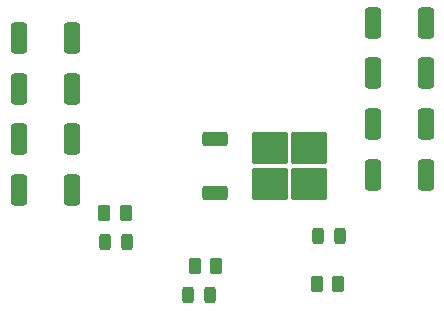
<source format=gbr>
%TF.GenerationSoftware,KiCad,Pcbnew,9.0.4*%
%TF.CreationDate,2025-09-01T01:35:23+05:30*%
%TF.ProjectId,L298,4c323938-2e6b-4696-9361-645f70636258,rev?*%
%TF.SameCoordinates,Original*%
%TF.FileFunction,Paste,Top*%
%TF.FilePolarity,Positive*%
%FSLAX46Y46*%
G04 Gerber Fmt 4.6, Leading zero omitted, Abs format (unit mm)*
G04 Created by KiCad (PCBNEW 9.0.4) date 2025-09-01 01:35:23*
%MOMM*%
%LPD*%
G01*
G04 APERTURE LIST*
G04 Aperture macros list*
%AMRoundRect*
0 Rectangle with rounded corners*
0 $1 Rounding radius*
0 $2 $3 $4 $5 $6 $7 $8 $9 X,Y pos of 4 corners*
0 Add a 4 corners polygon primitive as box body*
4,1,4,$2,$3,$4,$5,$6,$7,$8,$9,$2,$3,0*
0 Add four circle primitives for the rounded corners*
1,1,$1+$1,$2,$3*
1,1,$1+$1,$4,$5*
1,1,$1+$1,$6,$7*
1,1,$1+$1,$8,$9*
0 Add four rect primitives between the rounded corners*
20,1,$1+$1,$2,$3,$4,$5,0*
20,1,$1+$1,$4,$5,$6,$7,0*
20,1,$1+$1,$6,$7,$8,$9,0*
20,1,$1+$1,$8,$9,$2,$3,0*%
G04 Aperture macros list end*
%ADD10RoundRect,0.250000X-0.425000X-1.075000X0.425000X-1.075000X0.425000X1.075000X-0.425000X1.075000X0*%
%ADD11RoundRect,0.250000X-0.262500X-0.450000X0.262500X-0.450000X0.262500X0.450000X-0.262500X0.450000X0*%
%ADD12RoundRect,0.243750X-0.243750X-0.456250X0.243750X-0.456250X0.243750X0.456250X-0.243750X0.456250X0*%
%ADD13RoundRect,0.250000X-1.275000X-1.125000X1.275000X-1.125000X1.275000X1.125000X-1.275000X1.125000X0*%
%ADD14RoundRect,0.250000X-0.850000X-0.350000X0.850000X-0.350000X0.850000X0.350000X-0.850000X0.350000X0*%
G04 APERTURE END LIST*
D10*
%TO.C,D1*%
X152250000Y-58710000D03*
X156750000Y-58710000D03*
%TD*%
%TO.C,D5*%
X186750000Y-57420000D03*
X182250000Y-57420000D03*
%TD*%
%TO.C,D6*%
X186750000Y-61710000D03*
X182250000Y-61710000D03*
%TD*%
%TO.C,D7*%
X186750000Y-66000000D03*
X182250000Y-66000000D03*
%TD*%
%TO.C,D8*%
X186750000Y-70290000D03*
X182250000Y-70290000D03*
%TD*%
%TO.C,D4*%
X156750000Y-71580000D03*
X152250000Y-71580000D03*
%TD*%
%TO.C,D2*%
X156750000Y-63000000D03*
X152250000Y-63000000D03*
%TD*%
%TO.C,D3*%
X156750000Y-67290000D03*
X152250000Y-67290000D03*
%TD*%
D11*
%TO.C,R3*%
X167175000Y-78000000D03*
X169000000Y-78000000D03*
%TD*%
%TO.C,R2*%
X177500000Y-79500000D03*
X179325000Y-79500000D03*
%TD*%
%TO.C,R1*%
X159500000Y-73500000D03*
X161325000Y-73500000D03*
%TD*%
D12*
%TO.C,L3*%
X166562500Y-80500000D03*
X168437500Y-80500000D03*
%TD*%
%TO.C,L2*%
X177562500Y-75500000D03*
X179437500Y-75500000D03*
%TD*%
%TO.C,L1*%
X159562500Y-76000000D03*
X161437500Y-76000000D03*
%TD*%
D13*
%TO.C,U2*%
X173500000Y-68047500D03*
X173500000Y-71097500D03*
X176850000Y-68047500D03*
X176850000Y-71097500D03*
D14*
X168875000Y-67292500D03*
X168875000Y-71852500D03*
%TD*%
M02*

</source>
